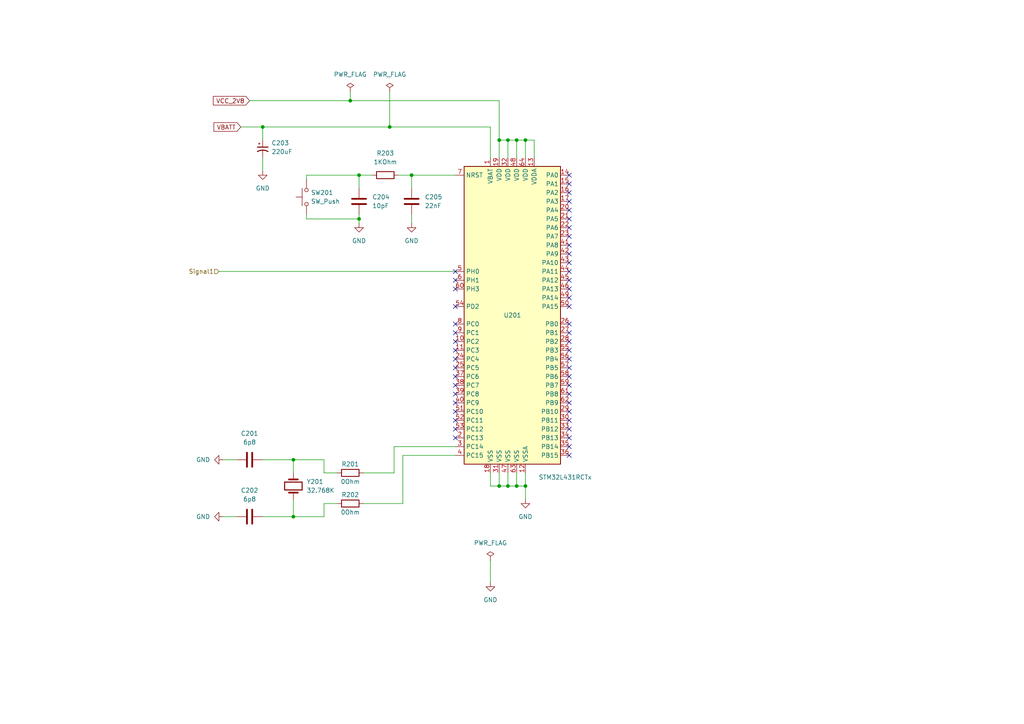
<source format=kicad_sch>
(kicad_sch (version 20211123) (generator eeschema)
  (paper "A4")
  (lib_symbols
    (symbol "Device:C" (pin_numbers hide) (pin_names (offset 0.254))
      (property "Reference" "C" (at 0.635 2.54 0))
      (property "Value" "C" (at 0.635 -2.54 0))
      (symbol "C_0_1"
        (polyline (pts (xy -2.032 -0.762) (xy 2.032 -0.762)) (stroke (width 0.508)))
        (polyline (pts (xy -2.032 0.762) (xy 2.032 0.762)) (stroke (width 0.508)))
      )
      (symbol "C_1_1"
        (pin passive line (at 0 3.81 270) (length 2.794) (name "~") (number "1"))
        (pin passive line (at 0 -3.81 90) (length 2.794) (name "~") (number "2"))
      )
    )
    (symbol "Device:C_Polarized_Small_US" (pin_numbers hide) (pin_names (offset 0.254) hide)
      (property "Reference" "C" (at 0.254 1.778 0))
      (property "Value" "C_Polarized_Small_US" (at 0.254 -2.032 0))
      (symbol "C_Polarized_Small_US_0_1"
        (polyline (pts (xy -1.524 0.508) (xy 1.524 0.508)) (stroke (width 0.3048)))
        (polyline (pts (xy -1.27 1.524) (xy -0.762 1.524)))
        (polyline (pts (xy -1.016 1.27) (xy -1.016 1.778)))
        (arc (start 1.524 -0.762) (mid 0 -0.3734) (end -1.524 -0.762) (stroke (width 0.3048)))
      )
      (symbol "C_Polarized_Small_US_1_1"
        (pin passive line (at 0 2.54 270) (length 2.032) (name "~") (number "1"))
        (pin passive line (at 0 -2.54 90) (length 2.032) (name "~") (number "2"))
      )
    )
    (symbol "Device:Crystal" (pin_numbers hide) (pin_names (offset 1.016) hide)
      (property "Reference" "Y" (at 0 3.81 0))
      (property "Value" "Crystal" (at 0 -3.81 0))
      (symbol "Crystal_0_1"
        (rectangle (start -1.143 2.54) (end 1.143 -2.54) (stroke (width 0.3048)))
        (polyline (pts (xy -2.54 0) (xy -1.905 0)))
        (polyline (pts (xy -1.905 -1.27) (xy -1.905 1.27)) (stroke (width 0.508)))
        (polyline (pts (xy 1.905 -1.27) (xy 1.905 1.27)) (stroke (width 0.508)))
        (polyline (pts (xy 2.54 0) (xy 1.905 0)))
      )
      (symbol "Crystal_1_1"
        (pin passive line (at -3.81 0 0) (length 1.27) (name "1") (number "1"))
        (pin passive line (at 3.81 0 180) (length 1.27) (name "2") (number "2"))
      )
    )
    (symbol "Device:R" (pin_numbers hide) (pin_names (offset 0))
      (property "Reference" "R" (at 2.032 0 90))
      (property "Value" "R" (at 0 0 90))
      (symbol "R_0_1"
        (rectangle (start -1.016 -2.54) (end 1.016 2.54) (stroke (width 0.254)))
      )
      (symbol "R_1_1"
        (pin passive line (at 0 3.81 270) (length 1.27) (name "~") (number "1"))
        (pin passive line (at 0 -3.81 90) (length 1.27) (name "~") (number "2"))
      )
    )
    (symbol "MCU_ST_STM32L4:STM32L431RCTx"
      (property "Reference" "U" (at -15.24 44.45 0))
      (property "Value" "STM32L431RCTx" (at 7.62 44.45 0))
      (symbol "STM32L431RCTx_0_1"
        (rectangle (start -15.24 -43.18) (end 12.7 43.18) (stroke (width 0.254)) (fill (type background)))
      )
      (symbol "STM32L431RCTx_1_1"
        (pin power_in line (at -7.62 45.72 270) (length 2.54) (name "VBAT") (number "1"))
        (pin bidirectional line (at -17.78 -7.62 0) (length 2.54) (name "PC2") (number "10"))
        (pin bidirectional line (at -17.78 -10.16 0) (length 2.54) (name "PC3") (number "11"))
        (pin power_in line (at 2.54 -45.72 90) (length 2.54) (name "VSSA") (number "12"))
        (pin power_in line (at 5.08 45.72 270) (length 2.54) (name "VDDA") (number "13"))
        (pin bidirectional line (at 15.24 40.64 180) (length 2.54) (name "PA0") (number "14"))
        (pin bidirectional line (at 15.24 38.1 180) (length 2.54) (name "PA1") (number "15"))
        (pin bidirectional line (at 15.24 35.56 180) (length 2.54) (name "PA2") (number "16"))
        (pin bidirectional line (at 15.24 33.02 180) (length 2.54) (name "PA3") (number "17"))
        (pin power_in line (at -7.62 -45.72 90) (length 2.54) (name "VSS") (number "18"))
        (pin power_in line (at -5.08 45.72 270) (length 2.54) (name "VDD") (number "19"))
        (pin bidirectional line (at -17.78 -35.56 0) (length 2.54) (name "PC13") (number "2"))
        (pin bidirectional line (at 15.24 30.48 180) (length 2.54) (name "PA4") (number "20"))
        (pin bidirectional line (at 15.24 27.94 180) (length 2.54) (name "PA5") (number "21"))
        (pin bidirectional line (at 15.24 25.4 180) (length 2.54) (name "PA6") (number "22"))
        (pin bidirectional line (at 15.24 22.86 180) (length 2.54) (name "PA7") (number "23"))
        (pin bidirectional line (at -17.78 -12.7 0) (length 2.54) (name "PC4") (number "24"))
        (pin bidirectional line (at -17.78 -15.24 0) (length 2.54) (name "PC5") (number "25"))
        (pin bidirectional line (at 15.24 -2.54 180) (length 2.54) (name "PB0") (number "26"))
        (pin bidirectional line (at 15.24 -5.08 180) (length 2.54) (name "PB1") (number "27"))
        (pin bidirectional line (at 15.24 -7.62 180) (length 2.54) (name "PB2") (number "28"))
        (pin bidirectional line (at 15.24 -27.94 180) (length 2.54) (name "PB10") (number "29"))
        (pin bidirectional line (at -17.78 -38.1 0) (length 2.54) (name "PC14") (number "3"))
        (pin bidirectional line (at 15.24 -30.48 180) (length 2.54) (name "PB11") (number "30"))
        (pin power_in line (at -5.08 -45.72 90) (length 2.54) (name "VSS") (number "31"))
        (pin power_in line (at -2.54 45.72 270) (length 2.54) (name "VDD") (number "32"))
        (pin bidirectional line (at 15.24 -33.02 180) (length 2.54) (name "PB12") (number "33"))
        (pin bidirectional line (at 15.24 -35.56 180) (length 2.54) (name "PB13") (number "34"))
        (pin bidirectional line (at 15.24 -38.1 180) (length 2.54) (name "PB14") (number "35"))
        (pin bidirectional line (at 15.24 -40.64 180) (length 2.54) (name "PB15") (number "36"))
        (pin bidirectional line (at -17.78 -17.78 0) (length 2.54) (name "PC6") (number "37"))
        (pin bidirectional line (at -17.78 -20.32 0) (length 2.54) (name "PC7") (number "38"))
        (pin bidirectional line (at -17.78 -22.86 0) (length 2.54) (name "PC8") (number "39"))
        (pin bidirectional line (at -17.78 -40.64 0) (length 2.54) (name "PC15") (number "4"))
        (pin bidirectional line (at -17.78 -25.4 0) (length 2.54) (name "PC9") (number "40"))
        (pin bidirectional line (at 15.24 20.32 180) (length 2.54) (name "PA8") (number "41"))
        (pin bidirectional line (at 15.24 17.78 180) (length 2.54) (name "PA9") (number "42"))
        (pin bidirectional line (at 15.24 15.24 180) (length 2.54) (name "PA10") (number "43"))
        (pin bidirectional line (at 15.24 12.7 180) (length 2.54) (name "PA11") (number "44"))
        (pin bidirectional line (at 15.24 10.16 180) (length 2.54) (name "PA12") (number "45"))
        (pin bidirectional line (at 15.24 7.62 180) (length 2.54) (name "PA13") (number "46"))
        (pin power_in line (at -2.54 -45.72 90) (length 2.54) (name "VSS") (number "47"))
        (pin power_in line (at 0 45.72 270) (length 2.54) (name "VDD") (number "48"))
        (pin bidirectional line (at 15.24 5.08 180) (length 2.54) (name "PA14") (number "49"))
        (pin input line (at -17.78 12.7 0) (length 2.54) (name "PH0") (number "5"))
        (pin bidirectional line (at 15.24 2.54 180) (length 2.54) (name "PA15") (number "50"))
        (pin bidirectional line (at -17.78 -27.94 0) (length 2.54) (name "PC10") (number "51"))
        (pin bidirectional line (at -17.78 -30.48 0) (length 2.54) (name "PC11") (number "52"))
        (pin bidirectional line (at -17.78 -33.02 0) (length 2.54) (name "PC12") (number "53"))
        (pin bidirectional line (at -17.78 2.54 0) (length 2.54) (name "PD2") (number "54"))
        (pin bidirectional line (at 15.24 -10.16 180) (length 2.54) (name "PB3") (number "55"))
        (pin bidirectional line (at 15.24 -12.7 180) (length 2.54) (name "PB4") (number "56"))
        (pin bidirectional line (at 15.24 -15.24 180) (length 2.54) (name "PB5") (number "57"))
        (pin bidirectional line (at 15.24 -17.78 180) (length 2.54) (name "PB6") (number "58"))
        (pin bidirectional line (at 15.24 -20.32 180) (length 2.54) (name "PB7") (number "59"))
        (pin input line (at -17.78 10.16 0) (length 2.54) (name "PH1") (number "6"))
        (pin bidirectional line (at -17.78 7.62 0) (length 2.54) (name "PH3") (number "60"))
        (pin bidirectional line (at 15.24 -22.86 180) (length 2.54) (name "PB8") (number "61"))
        (pin bidirectional line (at 15.24 -25.4 180) (length 2.54) (name "PB9") (number "62"))
        (pin power_in line (at 0 -45.72 90) (length 2.54) (name "VSS") (number "63"))
        (pin power_in line (at 2.54 45.72 270) (length 2.54) (name "VDD") (number "64"))
        (pin input line (at -17.78 40.64 0) (length 2.54) (name "NRST") (number "7"))
        (pin bidirectional line (at -17.78 -2.54 0) (length 2.54) (name "PC0") (number "8"))
        (pin bidirectional line (at -17.78 -5.08 0) (length 2.54) (name "PC1") (number "9"))
      )
    )
    (symbol "Switch:SW_Push" (pin_numbers hide) (pin_names (offset 1.016) hide)
      (property "Reference" "SW" (at 1.27 2.54 0))
      (property "Value" "SW_Push" (at 0 -1.524 0))
      (symbol "SW_Push_0_1"
        (circle (center -2.032 0) (radius 0.508))
        (polyline (pts (xy 0 1.27) (xy 0 3.048)))
        (polyline (pts (xy 2.54 1.27) (xy -2.54 1.27)))
        (circle (center 2.032 0) (radius 0.508))
        (pin passive line (at -5.08 0 0) (length 2.54) (name "1") (number "1"))
        (pin passive line (at 5.08 0 180) (length 2.54) (name "2") (number "2"))
      )
    )
    (symbol "power:GND" (power) (pin_names (offset 0))
      (property "Value" "GND" (at 0 -3.81 0))
      (symbol "GND_0_1"
        (polyline (pts (xy 0 0) (xy 0 -1.27) (xy 1.27 -1.27) (xy 0 -2.54) (xy -1.27 -1.27) (xy 0 -1.27)))
      )
      (symbol "GND_1_1"
        (pin power_in line (at 0 0 270) (length 0) hide (name "GND") (number "1"))
      )
    )
    (symbol "power:PWR_FLAG" (power) (pin_numbers hide) (pin_names (offset 0) hide)
      (property "Value" "PWR_FLAG" (at 0 3.81 0))
      (symbol "PWR_FLAG_0_0"
        (pin power_out line (at 0 0 90) (length 0) (name "pwr") (number "1"))
      )
      (symbol "PWR_FLAG_0_1"
        (polyline (pts (xy 0 0) (xy 0 1.27) (xy -1.016 1.905) (xy 0 2.54) (xy 1.016 1.905) (xy 0 1.27)))
      )
    )
  )
  (junction (at 152.4 40.64))
  (junction (at 119.38 50.8))
  (junction (at 144.78 40.64))
  (junction (at 149.86 40.64))
  (junction (at 144.78 140.97))
  (junction (at 104.14 50.8))
  (junction (at 149.86 140.97))
  (junction (at 147.32 140.97))
  (junction (at 85.09 133.35))
  (junction (at 85.09 149.86))
  (junction (at 76.2 36.83))
  (junction (at 104.14 63.5))
  (junction (at 147.32 40.64))
  (junction (at 113.03 36.83))
  (junction (at 101.6 29.21))
  (junction (at 152.4 140.97))
  (no_connect (at 165.1 109.22))
  (no_connect (at 165.1 99.06))
  (no_connect (at 132.08 101.6))
  (no_connect (at 165.1 114.3))
  (no_connect (at 165.1 58.42))
  (no_connect (at 165.1 55.88))
  (no_connect (at 132.08 96.52))
  (no_connect (at 132.08 81.28))
  (no_connect (at 165.1 81.28))
  (no_connect (at 132.08 109.22))
  (no_connect (at 132.08 121.92))
  (no_connect (at 165.1 76.2))
  (no_connect (at 132.08 104.14))
  (no_connect (at 165.1 71.12))
  (no_connect (at 165.1 86.36))
  (no_connect (at 132.08 119.38))
  (no_connect (at 165.1 121.92))
  (no_connect (at 165.1 127))
  (no_connect (at 165.1 73.66))
  (no_connect (at 132.08 127))
  (no_connect (at 165.1 116.84))
  (no_connect (at 132.08 78.74))
  (no_connect (at 132.08 116.84))
  (no_connect (at 132.08 83.82))
  (no_connect (at 165.1 50.8))
  (no_connect (at 165.1 68.58))
  (no_connect (at 165.1 104.14))
  (no_connect (at 165.1 93.98))
  (no_connect (at 165.1 88.9))
  (no_connect (at 165.1 124.46))
  (no_connect (at 165.1 101.6))
  (no_connect (at 132.08 93.98))
  (no_connect (at 165.1 63.5))
  (no_connect (at 132.08 124.46))
  (no_connect (at 165.1 132.08))
  (no_connect (at 132.08 88.9))
  (no_connect (at 132.08 114.3))
  (no_connect (at 165.1 66.04))
  (no_connect (at 165.1 60.96))
  (no_connect (at 165.1 78.74))
  (no_connect (at 165.1 129.54))
  (no_connect (at 165.1 96.52))
  (no_connect (at 165.1 53.34))
  (no_connect (at 165.1 83.82))
  (no_connect (at 132.08 111.76))
  (no_connect (at 165.1 106.68))
  (no_connect (at 165.1 119.38))
  (no_connect (at 132.08 106.68))
  (no_connect (at 132.08 99.06))
  (no_connect (at 165.1 111.76))
  (wire (pts (xy 104.14 50.8) (xy 88.9 50.8)))
  (wire (pts (xy 85.09 149.86) (xy 93.98 149.86)))
  (wire (pts (xy 114.3 137.16) (xy 105.41 137.16)))
  (wire (pts (xy 154.94 40.64) (xy 152.4 40.64)))
  (wire (pts (xy 152.4 137.16) (xy 152.4 140.97)))
  (wire (pts (xy 107.95 50.8) (xy 104.14 50.8)))
  (wire (pts (xy 132.08 132.08) (xy 116.84 132.08)))
  (wire (pts (xy 119.38 62.23) (xy 119.38 64.77)))
  (wire (pts (xy 76.2 36.83) (xy 76.2 40.64)))
  (wire (pts (xy 149.86 45.72) (xy 149.86 40.64)))
  (wire (pts (xy 149.86 140.97) (xy 152.4 140.97)))
  (wire (pts (xy 152.4 40.64) (xy 149.86 40.64)))
  (wire (pts (xy 76.2 149.86) (xy 85.09 149.86)))
  (wire (pts (xy 72.39 29.21) (xy 101.6 29.21)))
  (wire (pts (xy 88.9 63.5) (xy 104.14 63.5)))
  (wire (pts (xy 114.3 129.54) (xy 114.3 137.16)))
  (wire (pts (xy 88.9 62.23) (xy 88.9 63.5)))
  (wire (pts (xy 85.09 133.35) (xy 93.98 133.35)))
  (wire (pts (xy 154.94 45.72) (xy 154.94 40.64)))
  (wire (pts (xy 104.14 63.5) (xy 104.14 64.77)))
  (wire (pts (xy 149.86 40.64) (xy 147.32 40.64)))
  (wire (pts (xy 76.2 36.83) (xy 113.03 36.83)))
  (wire (pts (xy 119.38 50.8) (xy 119.38 54.61)))
  (wire (pts (xy 64.77 149.86) (xy 68.58 149.86)))
  (wire (pts (xy 144.78 137.16) (xy 144.78 140.97)))
  (wire (pts (xy 113.03 26.67) (xy 113.03 36.83)))
  (wire (pts (xy 149.86 137.16) (xy 149.86 140.97)))
  (wire (pts (xy 144.78 45.72) (xy 144.78 40.64)))
  (wire (pts (xy 142.24 162.56) (xy 142.24 168.91)))
  (wire (pts (xy 147.32 140.97) (xy 149.86 140.97)))
  (wire (pts (xy 93.98 133.35) (xy 93.98 137.16)))
  (wire (pts (xy 93.98 149.86) (xy 93.98 146.05)))
  (wire (pts (xy 119.38 50.8) (xy 132.08 50.8)))
  (wire (pts (xy 76.2 133.35) (xy 85.09 133.35)))
  (wire (pts (xy 144.78 140.97) (xy 147.32 140.97)))
  (wire (pts (xy 85.09 144.78) (xy 85.09 149.86)))
  (wire (pts (xy 69.85 36.83) (xy 76.2 36.83)))
  (wire (pts (xy 63.5 78.74) (xy 132.08 78.74)))
  (wire (pts (xy 147.32 137.16) (xy 147.32 140.97)))
  (wire (pts (xy 142.24 140.97) (xy 144.78 140.97)))
  (wire (pts (xy 101.6 29.21) (xy 144.78 29.21)))
  (wire (pts (xy 93.98 146.05) (xy 97.79 146.05)))
  (wire (pts (xy 116.84 146.05) (xy 105.41 146.05)))
  (wire (pts (xy 147.32 45.72) (xy 147.32 40.64)))
  (wire (pts (xy 104.14 62.23) (xy 104.14 63.5)))
  (wire (pts (xy 115.57 50.8) (xy 119.38 50.8)))
  (wire (pts (xy 104.14 50.8) (xy 104.14 54.61)))
  (wire (pts (xy 147.32 40.64) (xy 144.78 40.64)))
  (wire (pts (xy 113.03 36.83) (xy 142.24 36.83)))
  (wire (pts (xy 76.2 45.72) (xy 76.2 49.53)))
  (wire (pts (xy 142.24 137.16) (xy 142.24 140.97)))
  (wire (pts (xy 101.6 26.67) (xy 101.6 29.21)))
  (wire (pts (xy 116.84 132.08) (xy 116.84 146.05)))
  (wire (pts (xy 132.08 129.54) (xy 114.3 129.54)))
  (wire (pts (xy 142.24 36.83) (xy 142.24 45.72)))
  (wire (pts (xy 88.9 50.8) (xy 88.9 52.07)))
  (wire (pts (xy 144.78 40.64) (xy 144.78 29.21)))
  (wire (pts (xy 85.09 137.16) (xy 85.09 133.35)))
  (wire (pts (xy 64.77 133.35) (xy 68.58 133.35)))
  (wire (pts (xy 152.4 45.72) (xy 152.4 40.64)))
  (wire (pts (xy 93.98 137.16) (xy 97.79 137.16)))
  (wire (pts (xy 152.4 140.97) (xy 152.4 144.78)))
  (global_label "VBATT" (shape input) (at 69.85 36.83 180) (property "Intersheet References" "${INTERSHEET_REFS}" (effects hide)))
  (global_label "VCC_2V8" (shape input) (at 72.39 29.21 180) (property "Intersheet References" "${INTERSHEET_REFS}" (effects hide)))
  (hierarchical_label "Signal1" (shape input) (at 63.5 78.74 180))
  (symbol (lib_id "power:PWR_FLAG") (at 101.6 26.67 0) (unit 1)
    (property "Reference" "#FLG0101" (effects hide))
    (property "Value" "PWR_FLAG" (at 101.6 21.59 0))
  )
  (symbol (lib_id "Device:C_Polarized_Small_US") (at 76.2 43.18 0) (unit 1)
    (property "Reference" "C203" (at 78.74 41.4781 0) (effects (justify left)))
    (property "Value" "220uF" (at 78.74 44.0181 0) (effects (justify left)))
    (property "Footprint" "Capacitor_SMD:CP_Elec_5x3" (effects hide))
  )
  (symbol (lib_id "power:GND") (at 64.77 149.86 270) (unit 1)
    (property "Reference" "#PWR0104" (effects hide))
    (property "Value" "GND" (at 60.96 149.8599 90) (effects (justify right)))
  )
  (symbol (lib_id "Device:C") (at 72.39 133.35 270) (unit 1)
    (property "Reference" "C201" (at 72.39 125.73 90))
    (property "Value" "6p8" (at 72.39 128.27 90))
    (property "Footprint" "Capacitor_SMD:C_0402_1005Metric" (effects hide))
  )
  (symbol (lib_id "Device:R") (at 101.6 146.05 270) (unit 1)
    (property "Reference" "R202" (at 101.6 143.51 90))
    (property "Value" "0Ohm" (at 101.6 148.59 90))
    (property "Footprint" "Resistor_SMD:R_0402_1005Metric" (effects hide))
  )
  (symbol (lib_id "Device:C") (at 119.38 58.42 0) (unit 1)
    (property "Reference" "C205" (at 123.19 57.1499 0) (effects (justify left)))
    (property "Value" "22nF" (at 123.19 59.6899 0) (effects (justify left)))
    (property "Footprint" "Capacitor_SMD:C_0402_1005Metric" (effects hide))
  )
  (symbol (lib_id "Device:C") (at 72.39 149.86 270) (unit 1)
    (property "Reference" "C202" (at 72.39 142.24 90))
    (property "Value" "6p8" (at 72.39 144.78 90))
    (property "Footprint" "Capacitor_SMD:C_0402_1005Metric" (effects hide))
  )
  (symbol (lib_id "power:GND") (at 104.14 64.77 0) (unit 1)
    (property "Reference" "#PWR0106" (effects hide))
    (property "Value" "GND" (at 104.14 69.85 0))
  )
  (symbol (lib_id "power:GND") (at 119.38 64.77 0) (unit 1)
    (property "Reference" "#PWR0107" (effects hide))
    (property "Value" "GND" (at 119.38 69.85 0))
  )
  (symbol (lib_id "Device:R") (at 101.6 137.16 270) (unit 1)
    (property "Reference" "R201" (at 101.6 134.62 90))
    (property "Value" "0Ohm" (at 101.6 139.7 90))
    (property "Footprint" "Resistor_SMD:R_0402_1005Metric" (effects hide))
  )
  (symbol (lib_id "Device:Crystal") (at 85.09 140.97 270) (unit 1)
    (property "Reference" "Y201" (at 88.9 139.6999 90) (effects (justify left)))
    (property "Value" "32.768K" (at 88.9 142.2399 90) (effects (justify left)))
    (property "Footprint" "Crystal:Crystal_SMD_3225-4Pin_3.2x2.5mm" (effects hide))
  )
  (symbol (lib_id "power:PWR_FLAG") (at 142.24 162.56 0) (unit 1)
    (property "Reference" "#FLG0103" (effects hide))
    (property "Value" "PWR_FLAG" (at 142.24 157.48 0))
  )
  (symbol (lib_id "Switch:SW_Push") (at 88.9 57.15 90) (unit 1)
    (property "Reference" "SW201" (at 90.17 55.8799 90) (effects (justify right)))
    (property "Value" "SW_Push" (at 90.17 58.4199 90) (effects (justify right)))
    (property "Footprint" "Button_Switch_SMD:SW_Push_1P1T_NO_6x6mm_H9.5mm" (effects hide))
  )
  (symbol (lib_id "Device:R") (at 111.76 50.8 270) (unit 1)
    (property "Reference" "R203" (at 111.76 44.45 90))
    (property "Value" "1KOhm" (at 111.76 46.99 90))
    (property "Footprint" "Resistor_SMD:R_0402_1005Metric" (effects hide))
  )
  (symbol (lib_id "power:GND") (at 152.4 144.78 0) (unit 1)
    (property "Reference" "#PWR0102" (effects hide))
    (property "Value" "GND" (at 152.4 149.86 0))
  )
  (symbol (lib_id "power:GND") (at 142.24 168.91 0) (unit 1)
    (property "Reference" "#PWR0103" (effects hide))
    (property "Value" "GND" (at 142.24 173.99 0))
  )
  (symbol (lib_id "Device:C") (at 104.14 58.42 0) (unit 1)
    (property "Reference" "C204" (at 107.95 57.1499 0) (effects (justify left)))
    (property "Value" "10pF" (at 107.95 59.6899 0) (effects (justify left)))
    (property "Footprint" "Capacitor_SMD:C_0402_1005Metric" (effects hide))
  )
  (symbol (lib_id "power:GND") (at 76.2 49.53 0) (unit 1)
    (property "Reference" "#PWR0101" (effects hide))
    (property "Value" "GND" (at 76.2 54.61 0))
  )
  (symbol (lib_id "power:PWR_FLAG") (at 113.03 26.67 0) (unit 1)
    (property "Reference" "#FLG0102" (effects hide))
    (property "Value" "PWR_FLAG" (at 113.03 21.59 0))
  )
  (symbol (lib_id "power:GND") (at 64.77 133.35 270) (unit 1)
    (property "Reference" "#PWR0105" (effects hide))
    (property "Value" "GND" (at 60.96 133.3499 90) (effects (justify right)))
  )
  (symbol (lib_id "MCU_ST_STM32L4:STM32L431RCTx") (at 149.86 91.44 0) (unit 1)
    (property "Reference" "U201" (at 146.05 91.44 0) (effects (justify left)))
    (property "Value" "STM32L431RCTx" (at 156.21 138.43 0) (effects (justify left)))
    (property "Footprint" "Package_QFP:LQFP-64_10x10mm_P0.5mm" (effects hide))
    (property "Datasheet" "http://www.st.com/st-web-ui/static/active/en/resource/technical/document/datasheet/DM00257211.pdf" (effects hide))
  )
)
</source>
